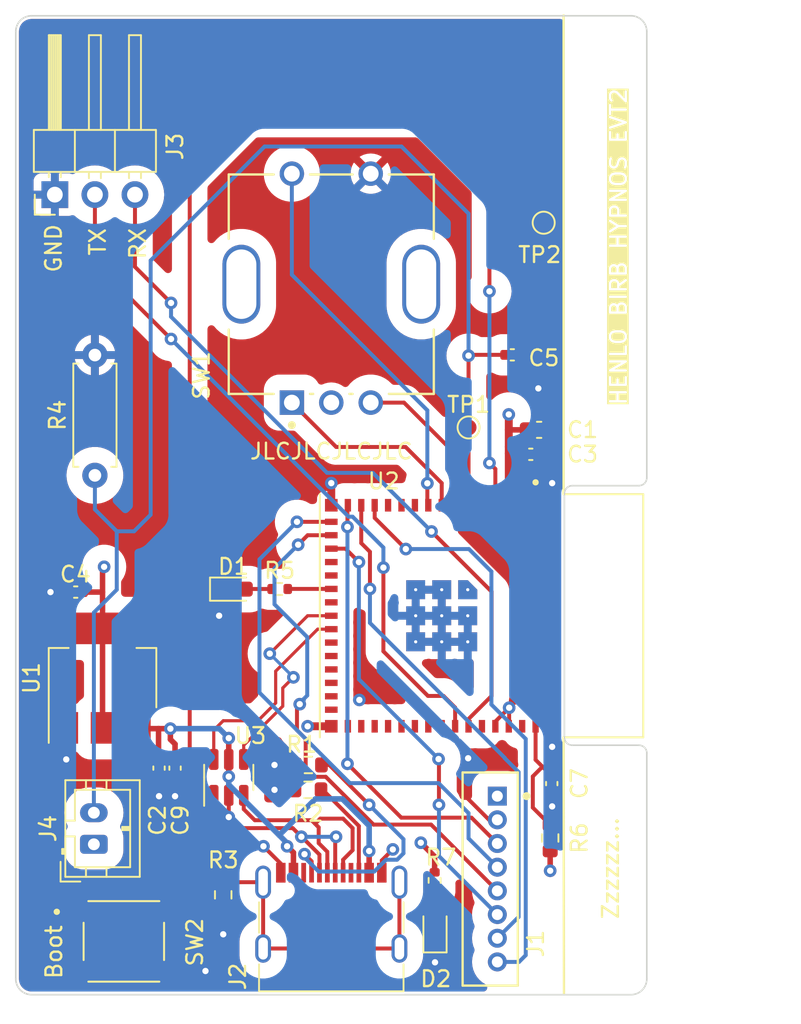
<source format=kicad_pcb>
(kicad_pcb (version 20221018) (generator pcbnew)
  (title_block (title "Hypnos Protoype") (date "2023-03-09") (rev "3") (company "Henl Birb"))
  (layers (0 "F.Cu" signal) (1 "In1.Cu" power) (2 "In2.Cu" power) (31 "B.Cu" signal) (34 "B.Paste" user) (35 "F.Paste" user) (36 "B.SilkS" user "B.Silkscreen") (37 "F.SilkS" user "F.Silkscreen") (38 "B.Mask" user) (39 "F.Mask" user) (44 "Edge.Cuts" user))
  (net 0 "")
  (net 1 "/Disp_MOSI")
  (net 2 "+5V")
  (net 3 "GND")
  (net 4 "/Disp_SCLK")
  (net 5 "/EN")
  (net 6 "/Disp_CS")
  (net 7 "/Disp_DC")
  (net 8 "/Disp_RST")
  (net 9 "/Disp_LITE")
  (net 14 "Net-(D1-A)")
  (net 26 "+3.3V")
  (net 28 "/USB_D+")
  (net 29 "/USB_D-")
  (net 30 "/SHIELD")
  (net 31 "/CC2")
  (net 35 "/CC1")
  (net 36 "Net-(D2-A)")
  (net 37 "/ROTARY_A")
  (net 38 "/ROTARY_B")
  (net 39 "/ROTARY_S")
  (net 40 "/BOOT")
  (net 41 "/PD-")
  (net 42 "/Status_LED")
  (net 43 "/UART_TX")
  (net 44 "/UART_RX")
  (net 49 "Net-(U2-IO19)")
  (net 50 "Net-(U2-IO20)")
  (footprint "Resistor_SMD:R_0402_1005Metric" (layer "F.Cu") (at 149.55 127.76 -90)
    (fp_text reference "R7")
    (fp_text value "150R")
  )
  (footprint "Capacitor_SMD:C_0402_1005Metric" (layer "F.Cu") (at 132.08 120.65 -90)
    (fp_text reference "C2")
    (fp_text value "1 µF")
  )
  (footprint "eec:Bourns-PEC11R-4020F-S0012-MFG" (layer "F.Cu") (at 143 90)
    (fp_text reference "SW1")
    (fp_text value "RotaryEncoder_Switch" hide)
  )
  (footprint "Resistor_THT:R_Axial_DIN0207_L6.3mm_D2.5mm_P7.62mm_Horizontal" (layer "F.Cu") (at 128.016 102.108 90)
    (fp_text reference "R4")
    (fp_text value "200K")
  )
  (footprint "Resistor_SMD:R_0603_1608Metric" (layer "F.Cu") (at 141.55 120.45 180)
    (fp_text reference "R1")
    (fp_text value "5K1")
  )
  (footprint "Connector_USB:USB_C_Receptacle_G-Switch_GT-USB-7010ASV" (layer "F.Cu") (at 143 131)
    (fp_text reference "J2")
    (fp_text value "USB_C_Receptacle_USB2.0")
  )
  (footprint "JST B8B-ZR:JST-B8B-ZR-0" (layer "F.Cu") (at 153.075 127.675 -90)
    (fp_text reference "J1")
    (fp_text value "Display" hide)
  )
  (footprint "TS-1187A-B-A-B:SW_TS-1187A-B-A-B" (layer "F.Cu") (at 129.85 131.625)
    (fp_text reference "SW2")
    (fp_text value "Boot")
  )
  (footprint "Capacitor_SMD:C_0402_1005Metric" (layer "F.Cu") (at 156.975 121.63 90)
    (fp_text reference "C7")
    (fp_text value "1 µF")
  )
  (footprint "Resistor_SMD:R_0603_1608Metric" (layer "F.Cu") (at 136.15 128.675 -90)
    (fp_text reference "R3")
    (fp_text value "1M")
  )
  (footprint "Package_TO_SOT_SMD:SOT-223-3_TabPin2" (layer "F.Cu") (at 128.5 114.95 90)
    (fp_text reference "U1")
    (fp_text value "AMS1117-33")
  )
  (footprint "ESP32-S3-MINI-1-N8:XCVR_ESP32-S3-MINI-1-N8" (layer "F.Cu") (at 150 111 -90)
    (fp_text reference "U2")
    (fp_text value "ESP32-S3-MINI-1-N8")
  )
  (footprint "Capacitor_SMD:C_0402_1005Metric" (layer "F.Cu") (at 155.645 100.775)
    (fp_text reference "C3")
    (fp_text value "0.1 µF")
  )
  (footprint "TestPoint:TestPoint_Pad_D1.0mm" (layer "F.Cu") (at 156.464 86.106)
    (fp_text reference "TP2")
    (fp_text value "TestPoint")
  )
  (footprint "Capacitor_SMD:C_0402_1005Metric" (layer "F.Cu") (at 126.8 109.5 180)
    (fp_text reference "C4")
    (fp_text value "1 µF")
  )
  (footprint "LED_SMD:LED_0603_1608Metric" (layer "F.Cu") (at 149.575 130.8375 90)
    (fp_text reference "D2")
    (fp_text value "LED")
  )
  (footprint "Connector_JST:JST_PH_B2B-PH-K_1x02_P2.00mm_Vertical" (layer "F.Cu") (at 127.95 125.475 90)
    (fp_text reference "J4")
    (fp_text value "Photodiode")
  )
  (footprint "LED_SMD:LED_0603_1608Metric" (layer "F.Cu") (at 136.798309 109.313847)
    (fp_text reference "D1")
    (fp_text value "LED")
  )
  (footprint "Connector_PinHeader_2.54mm:PinHeader_1x03_P2.54mm_Horizontal" (layer "F.Cu") (at 125.476 84.328 90)
    (fp_text reference "J3")
    (fp_text value "Conn_01x03")
  )
  (footprint "Resistor_SMD:R_0402_1005Metric" (layer "F.Cu") (at 139.728635 109.304302)
    (fp_text reference "R5")
    (fp_text value "150R")
  )
  (footprint "Capacitor_SMD:C_0603_1608Metric" (layer "F.Cu") (at 156.175 99.225)
    (fp_text reference "C1")
    (fp_text value "10 µF")
  )
  (footprint "TestPoint:TestPoint_Pad_D1.0mm" (layer "F.Cu") (at 151.705066 99.072842)
    (fp_text reference "TP1")
    (fp_text value "TestPoint")
  )
  (footprint "Resistor_SMD:R_0603_1608Metric" (layer "F.Cu") (at 156.875 125.075 90)
    (fp_text reference "R6")
    (fp_text value "10K")
  )
  (footprint "Capacitor_SMD:C_0402_1005Metric" (layer "F.Cu") (at 133.096 120.65 90)
    (fp_text reference "C9")
    (fp_text value "100 nF")
  )
  (footprint "Resistor_SMD:R_0603_1608Metric" (layer "F.Cu") (at 141.525 122.025 180)
    (fp_text reference "R2")
    (fp_text value "5K1")
  )
  (footprint "Package_TO_SOT_SMD:SOT-23-6" (layer "F.Cu") (at 136.5 121.2375 90)
    (fp_text reference "U3")
    (fp_text value "USBLC6-2SC6")
  )
  (footprint "Capacitor_SMD:C_0402_1005Metric" (layer "F.Cu") (at 154.475 94.475 180)
    (fp_text reference "C5")
    (fp_text value "100 nF")
  )
  (gr_line (start 157.725 118.7) (end 157.75 134.975) (stroke (width 0.15)) (layer "F.SilkS"))
  (gr_line (start 157.725 103.3) (end 157.725 72.97) (stroke (width 0.15)) (layer "F.SilkS"))
  (gr_line (start 157.7775 103.26) (end 157.7775 118.7) (stroke (width 0.1)) (layer "Edge.Cuts"))
  (gr_arc (start 158.2775 119.2) (mid 157.923947 119.053553) (end 157.7775 118.7) (stroke (width 0.1)) (layer "Edge.Cuts"))
  (gr_arc (start 162.502416 119.2) (mid 162.855989 119.346482) (end 163.002416 119.700084) (stroke (width 0.1)) (layer "Edge.Cuts"))
  (gr_line (start 123 134) (end 123 74) (stroke (width 0.1)) (layer "Edge.Cuts"))
  (gr_arc (start 163 102.26) (mid 162.853553 102.613553) (end 162.5 102.76) (stroke (width 0.1)) (layer "Edge.Cuts"))
  (gr_arc (start 157.7775 103.26) (mid 157.923947 102.906447) (end 158.2775 102.76) (stroke (width 0.1)) (layer "Edge.Cuts"))
  (gr_line (start 124 73) (end 162 73) (stroke (width 0.1)) (layer "Edge.Cuts"))
  (gr_line (start 162.5 102.76) (end 158.2775 102.76) (stroke (width 0.1)) (layer "Edge.Cuts"))
  (gr_arc (start 162 73) (mid 162.707107 73.292893) (end 163 74) (stroke (width 0.1)) (layer "Edge.Cuts"))
  (gr_line (start 158.2775 119.2) (end 162.502416 119.2) (stroke (width 0.1)) (layer "Edge.Cuts"))
  (gr_line (start 163 119.700084) (end 163 134) (stroke (width 0.1)) (layer "Edge.Cuts"))
  (gr_arc (start 123 74) (mid 123.292893 73.292893) (end 124 73) (stroke (width 0.1)) (layer "Edge.Cuts"))
  (gr_line (start 163 74) (end 163 102.26) (stroke (width 0.1)) (layer "Edge.Cuts"))
  (gr_arc (start 124 135) (mid 123.292893 134.707107) (end 123 134) (stroke (width 0.1)) (layer "Edge.Cuts"))
  (gr_arc (start 163 134) (mid 162.707107 134.707107) (end 162 135) (stroke (width 0.1)) (layer "Edge.Cuts"))
  (gr_line (start 162 135) (end 124 135) (stroke (width 0.1)) (layer "Edge.Cuts"))
  (gr_text "RX" (at 131.318 86.36 90) (layer "F.SilkS") (effects (font (size 1 1)) (justify right bottom)))
  (gr_text "Zzzzzz..." (at 161.29 130.302 90) (layer "F.SilkS") (effects (font (size 1 1)) (justify left bottom)))
  (gr_text "JLCJLCJLCJLC" (at 143.002 100.584) (layer "F.SilkS") (effects (font (size 1 1))))
  (gr_text "TX" (at 128.778 86.36 90) (layer "F.SilkS") (effects (font (size 1 1)) (justify right bottom)))
  (gr_text "HENLO BIRB HYPNOS EVT2" (at 161.798 87.63 90) (layer "F.SilkS" knockout) (effects (font (size 1 1)) (justify bottom)))
  (gr_text "GND" (at 125.984 86.106 90) (layer "F.SilkS") (effects (font (size 1 1)) (justify right bottom)))
  (segment (start 144.025 105.375) (end 144.025 104.025) (width 0.25) (layer "F.Cu") (net 1))
  (segment (start 147.4375 123.7875) (end 144.025 120.375) (width 0.25) (layer "F.Cu") (net 1))
  (segment (start 147.4375 123.7875) (end 151.8875 123.7875) (width 0.25) (layer "F.Cu") (net 1))
  (segment (start 151.8875 123.7875) (end 153.525 125.425) (width 0.25) (layer "F.Cu") (net 1))
  (via (at 144.025 120.375) (size 0.8) (drill 0.4) (layers "F.Cu" "B.Cu") (net 1))
  (via (at 144.025 105.375) (size 0.8) (drill 0.4) (layers "F.Cu" "B.Cu") (net 1))
  (segment (start 144.025 105.375) (end 144.025 120.375) (width 0.25) (layer "B.Cu") (net 1))
  (segment (start 133.096 119.126) (end 133.096 120.17) (width 0.35) (layer "F.Cu") (net 2))
  (segment (start 132.05 118.15) (end 130.85 118.15) (width 0.35) (layer "F.Cu") (net 2))
  (segment (start 136.5 121.186) (end 136.5 120.1) (width 0.35) (layer "F.Cu") (net 2))
  (segment (start 140.6 126) (end 140.6 127.275) (width 0.35) (layer "F.Cu") (net 2))
  (segment (start 132.05 118.15) (end 132.05 120.14) (width 0.35) (layer "F.Cu") (net 2))
  (segment (start 132.8 118.15) (end 132.8 118.83) (width 0.35) (layer "F.Cu") (net 2))
  (segment (start 130.85 118.15) (end 130.8 118.1) (width 0.35) (layer "F.Cu") (net 2))
  (segment (start 140.2 125.6) (end 140.6 126) (width 0.35) (layer "F.Cu") (net 2))
  (segment (start 136.5 120.1) (end 136.5 118.75) (width 0.35) (layer "F.Cu") (net 2))
  (segment (start 132.8 118.15) (end 132.05 118.15) (width 0.35) (layer "F.Cu") (net 2))
  (segment (start 132.05 120.14) (end 132.08 120.17) (width 0.35) (layer "F.Cu") (net 2))
  (segment (start 145.4 127.275) (end 145.4 125.9) (width 0.35) (layer "F.Cu") (net 2))
  (segment (start 132.8 118.83) (end 133.096 119.126) (width 0.35) (layer "F.Cu") (net 2))
  (via (at 136.5 121.186) (size 0.8) (drill 0.4) (layers "F.Cu" "B.Cu") (net 2))
  (via (at 132.8 118.15) (size 0.8) (drill 0.4) (layers "F.Cu" "B.Cu") (net 2))
  (via (at 136.5 118.75) (size 0.8) (drill 0.4) (layers "F.Cu" "B.Cu") (net 2))
  (via (at 140.2 125.6) (size 0.8) (drill 0.4) (layers "F.Cu" "B.Cu") (net 2))
  (via (at 145.4 125.9) (size 0.8) (drill 0.4) (layers "F.Cu" "B.Cu") (net 2))
  (segment (start 135.9 118.15) (end 132.8 118.15) (width 0.35) (layer "B.Cu") (net 2))
  (segment (start 140.2 125.4) (end 139.698 124.898) (width 0.35) (layer "B.Cu") (net 2))
  (segment (start 136.5 118.75) (end 135.9 118.15) (width 0.35) (layer "B.Cu") (net 2))
  (segment (start 145.4 125.9) (end 145.4 124.3) (width 0.35) (layer "B.Cu") (net 2))
  (segment (start 145.4 124.3) (end 143.7 122.6) (width 0.35) (layer "B.Cu") (net 2))
  (segment (start 143.7 122.6) (end 141.996 122.6) (width 0.35) (layer "B.Cu") (net 2))
  (segment (start 140.2 125.6) (end 140.2 125.4) (width 0.35) (layer "B.Cu") (net 2))
  (segment (start 139.698 124.898) (end 136.5 121.7) (width 0.35) (layer "B.Cu") (net 2))
  (segment (start 141.996 122.6) (end 139.698 124.898) (width 0.35) (layer "B.Cu") (net 2))
  (segment (start 136.5 121.7) (end 136.5 121.186) (width 0.35) (layer "B.Cu") (net 2))
  (segment (start 156.95 97.425) (end 156.125 96.6) (width 0.25) (layer "F.Cu") (net 3))
  (segment (start 136.010809 109.313847) (end 136.010809 108.085886) (width 0.25) (layer "F.Cu") (net 3))
  (segment (start 156.95 99.225) (end 156.95 97.425) (width 0.25) (layer "F.Cu") (net 3))
  (segment (start 154.275 116.825) (end 154.275 117.975) (width 0.25) (layer "F.Cu") (net 3))
  (segment (start 139.8 126.7) (end 138.7 125.6) (width 0.25) (layer "F.Cu") (net 3))
  (segment (start 136.15 129.5) (end 136.15 131.175) (width 0.25) (layer "F.Cu") (net 3))
  (segment (start 146.2 127.275) (end 146.2 126.5) (width 0.25) (layer "F.Cu") (net 3))
  (segment (start 156.95 99.225) (end 156.95 100.5) (width 0.25) (layer "F.Cu") (net 3))
  (segment (start 153.525 123.925) (end 153 123.925) (width 0.25) (layer "F.Cu") (net 3))
  (segment (start 153.4 118) (end 153.4 117.7) (width 0.25) (layer "F.Cu") (net 3))
  (segment (start 140.7 122.025) (end 139.4 122.025) (width 0.25) (layer "F.Cu") (net 3))
  (segment (start 151.625 120.075) (end 151.675 120.025) (width 0.25) (layer "F.Cu") (net 3))
  (segment (start 132.08 121.13) (end 132.08 122.428) (width 0.25) (layer "F.Cu") (net 3))
  (segment (start 151.625 122.55) (end 151.625 120.075) (width 0.25) (layer "F.Cu") (net 3))
  (segment (start 157 118) (end 157 104) (width 0.25) (layer "F.Cu") (net 3))
  (segment (start 149.575 131.625) (end 149.575 132.95) (width 0.25) (layer "F.Cu") (net 3))
  (segment (start 154.275 117.975) (end 154.25 118) (width 0.25) (layer "F.Cu") (net 3))
  (segment (start 133.096 121.13) (end 133.096 122.428) (width 0.25) (layer "F.Cu") (net 3))
  (segment (start 146.2 126.5) (end 146.9 125.8) (width 0.25) (layer "F.Cu") (net 3))
  (segment (start 153.4 117.7) (end 154.275 116.825) (width 0.25) (layer "F.Cu") (net 3))
  (segment (start 156.95 100.5) (end 156.675 100.775) (width 0.25) (layer "F.Cu") (net 3))
  (segment (start 143 118) (end 141.5 118) (width 0.5) (layer "F.Cu") (net 3))
  (segment (start 156.675 100.775) (end 156.125 100.775) (width 0.25) (layer "F.Cu") (net 3))
  (segment (start 132.85 133.5) (end 135.025 133.5) (width 0.25) (layer "F.Cu") (net 3))
  (segment (start 143 104) (end 143 102.6) (width 0.5) (layer "F.Cu") (net 3))
  (segment (start 153 123.925) (end 151.625 122.55) (width 0.25) (layer "F.Cu") (net 3))
  (segment (start 154.955 94.475) (end 155.943 94.475) (width 0.25) (layer "F.Cu") (net 3))
  (segment (start 139.8 127.275) (end 139.8 126.7) (width 0.25) (layer "F.Cu") (net 3))
  (segment (start 156.975 122.11) (end 156.975 123.05) (width 0.25) (layer "F.Cu") (net 3))
  (segment (start 126.2 118.1) (end 126.2 120.1) (width 0.5) (layer "F.Cu") (net 3))
  (segment (start 126.32 109.5) (end 125.2 109.5) (width 0.25) (layer "F.Cu") (net 3))
  (segment (start 136.010809 110.877191) (end 135.89 110.998) (width 0.25) (layer "F.Cu") (net 3))
  (segment (start 155.1 104) (end 155.95 104) (width 0.25) (layer "F.Cu") (net 3))
  (segment (start 156.975 123.05) (end 157 123.075) (width 0.25) (layer "F.Cu") (net 3))
  (segment (start 136.5 122.375) (end 136.5 123.75) (width 0.25) (layer "F.Cu") (net 3))
  (segment (start 154.955 95.43) (end 156.125 96.6) (width 0.25) (layer "F.Cu") (net 3))
  (segment (start 157 104) (end 157 102.6) (width 0.5) (layer "F.Cu") (net 3))
  (segment (start 136.010809 109.313847) (end 136.010809 110.877191) (width 0.25) (layer "F.Cu") (net 3))
  (segment (start 136.010809 108.085886) (end 136.014494 108.082201) (width 0.25) (layer "F.Cu") (net 3))
  (segment (start 154.955 94.475) (end 154.955 95.43) (width 0.25) (layer "F.Cu") (net 3))
  (segment (start 155.95 104) (end 157 104) (width 0.25) (layer "F.Cu") (net 3))
  (segment (start 157 118) (end 157 119.3) (width 0.5) (layer "F.Cu") (net 3))
  (segment (start 140.725 120.45) (end 139.4 120.45) (width 0.25) (layer "F.Cu") (net 3))
  (via (at 146.9 125.8) (size 0.8) (drill 0.4) (layers "F.Cu" "B.Cu") (net 3))
  (via (at 139.4 120.45) (size 0.8) (drill 0.4) (layers "F.Cu" "B.Cu") (net 3))
  (via (at 139.4 122.025) (size 0.8) (drill 0.4) (layers "F.Cu" "B.Cu") (net 3))
  (via (at 157 119.3) (size 0.8) (drill 0.4) (layers "F.Cu" "B.Cu") (net 3))
  (via (at 151.675 120.025) (size 0.8) (drill 0.4) (layers "F.Cu" "B.Cu") (net 3))
  (via (at 141.5 118) (size 0.8) (drill 0.4) (layers "F.Cu" "B.Cu") (net 3))
  (via (at 126.2 120.1) (size 0.8) (drill 0.4) (layers "F.Cu" "B.Cu") (net 3))
  (via (at 132.08 122.428) (size 0.8) (drill 0.4) (layers "F.Cu" "B.Cu") (net 3))
  (via (at 144.78 116.332) (size 0.8) (drill 0.4) (layers "F.Cu" "B.Cu") (net 3))
  (via (at 157 123.075) (size 0.8) (drill 0.4) (layers "F.Cu" "B.Cu") (net 3))
  (via (at 125.2 109.5) (size 0.8) (drill 0.4) (layers "F.Cu" "B.Cu") (net 3))
  (via (at 135.025 133.5) (size 0.8) (drill 0.4) (layers "F.Cu" "B.Cu") (net 3))
  (via (at 138.7 125.6) (size 0.8) (drill 0.4) (layers "F.Cu" "B.Cu") (net 3))
  (via (at 149.575 132.95) (size 0.8) (drill 0.4) (layers "F.Cu" "B.Cu") (net 3))
  (via (at 136.5 123.75) (size 0.8) (drill 0.4) (layers "F.Cu" "B.Cu") (net 3))
  (via (at 133.096 122.428) (size 0.8) (drill 0.4) (layers "F.Cu" "B.Cu") (net 3))
  (via (at 136.15 131.175) (size 0.8) (drill 0.4) (layers "F.Cu" "B.Cu") (net 3))
  (via (at 143 102.6) (size 0.8) (drill 0.4) (layers "F.Cu" "B.Cu") (net 3))
  (via (at 135.89 110.998) (size 0.8) (drill 0.4) (layers "F.Cu" "B.Cu") (net 3))
  (via (at 157 102.6) (size 0.8) (drill 0.4) (layers "F.Cu" "B.Cu") (net 3))
  (via (at 156.125 96.6) (size 0.8) (drill 0.4) (layers "F.Cu" "B.Cu") (net 3))
  (via (at 154.275 116.825) (size 0.8) (drill 0.4) (layers "F.Cu" "B.Cu") (net 3))
  (segment (start 140.825 105.05) (end 143 105.05) (width 0.25) (layer "F.Cu") (net 4))
  (via (at 140.825 105.05) (size 0.8) (drill 0.4) (layers "F.Cu" "B.Cu") (net 4))
  (segment (start 138.448 115.870068) (end 138.448 107.427) (width 0.25) (layer "B.Cu") (net 4))
  (segment (start 151.7 123.5) (end 149.8 121.6) (width 0.25) (layer "B.Cu") (net 4))
  (segment (start 149.8 121.6) (end 144.177932 121.6) (width 0.25) (layer "B.Cu") (net 4))
  (segment (start 153.525 126.925) (end 151.7 125.1) (width 0.25) (layer "B.Cu") (net 4))
  (segment (start 151.7 125.1) (end 151.7 123.5) (width 0.25) (layer "B.Cu") (net 4))
  (segment (start 144.177932 121.6) (end 138.448 115.870068) (width 0.25) (layer "B.Cu") (net 4))
  (segment (start 138.448 107.427) (end 140.825 105.05) (width 0.25) (layer "B.Cu") (net 4))
  (segment (start 156.375 120.575) (end 156.375 120.55) (width 0.25) (layer "F.Cu") (net 5))
  (segment (start 155.775 121.175) (end 156.375 120.575) (width 0.25) (layer "F.Cu") (net 5))
  (segment (start 156.375 120.55) (end 155.95 120.125) (width 0.25) (layer "F.Cu") (net 5))
  (segment (start 155.95 120.125) (end 155.95 118) (width 0.25) (layer "F.Cu") (net 5))
  (segment (start 156.875 124.25) (end 155.775 123.15) (width 0.25) (layer "F.Cu") (net 5))
  (segment (start 156.975 121.15) (end 156.375 120.55) (width 0.25) (layer "F.Cu") (net 5))
  (segment (start 155.775 123.15) (end 155.775 121.175) (width 0.25) (layer "F.Cu") (net 5))
  (segment (start 140.825 116.775) (end 141 116.6) (width 0.25) (layer "F.Cu") (net 6))
  (segment (start 149.327 124.227) (end 145.677 124.227) (width 0.25) (layer "F.Cu") (net 6))
  (segment (start 140.825 118.247068) (end 140.825 116.775) (width 0.25) (layer "F.Cu") (net 6))
  (segment (start 145.677 124.227) (end 142.65 121.2) (width 0.25) (layer "F.Cu") (net 6))
  (segment (start 141.377 120.652) (end 141.377 118.799068) (width 0.25) (layer "F.Cu") (net 6))
  (segment (start 141.5 105.9) (end 143 105.9) (width 0.25) (layer "F.Cu") (net 6))
  (segment (start 142.65 121.2) (end 141.925 121.2) (width 0.25) (layer "F.Cu") (net 6))
  (segment (start 141.925 121.2) (end 141.377 120.652) (width 0.25) (layer "F.Cu") (net 6))
  (segment (start 153.525 128.425) (end 149.327 124.227) (width 0.25) (layer "F.Cu") (net 6))
  (segment (start 140.9 106.5) (end 141.5 105.9) (width 0.25) (layer "F.Cu") (net 6))
  (segment (start 141.377 118.799068) (end 140.825 118.247068) (width 0.25) (layer "F.Cu") (net 6))
  (via (at 141 116.6) (size 0.8) (drill 0.4) (layers "F.Cu" "B.Cu") (net 6))
  (via (at 140.9 106.5) (size 0.8) (drill 0.4) (layers "F.Cu" "B.Cu") (net 6))
  (segment (start 141.475 112.35) (end 139.4 110.275) (width 0.25) (layer "B.Cu") (net 6))
  (segment (start 141.475 116.05) (end 141.475 112.35) (width 0.25) (layer "B.Cu") (net 6))
  (segment (start 141.252 116.273) (end 141.475 116.05) (width 0.25) (layer "B.Cu") (net 6))
  (segment (start 141.252 116.348) (end 141.252 116.273) (width 0.25) (layer "B.Cu") (net 6))
  (segment (start 139.4 110.275) (end 139.4 108) (width 0.25) (layer "B.Cu") (net 6))
  (segment (start 141 116.6) (end 141.252 116.348) (width 0.25) (layer "B.Cu") (net 6))
  (segment (start 139.4 108) (end 140.9 106.5) (width 0.25) (layer "B.Cu") (net 6))
  (segment (start 143.9 106.75) (end 143 106.75) (width 0.25) (layer "F.Cu") (net 7))
  (segment (start 149.825 122.975) (end 149.825 120.075) (width 0.25) (layer "F.Cu") (net 7))
  (segment (start 149.825 120.075) (end 149.8 120.075) (width 0.25) (layer "F.Cu") (net 7))
  (segment (start 144.75 107.6) (end 143.9 106.75) (width 0.25) (layer "F.Cu") (net 7))
  (via (at 144.75 107.6) (size 0.8) (drill 0.4) (layers "F.Cu" "B.Cu") (net 7))
  (via (at 149.8 120.075) (size 0.8) (drill 0.4) (layers "F.Cu" "B.Cu") (net 7))
  (via (at 149.825 122.975) (size 0.8) (drill 0.4) (layers "F.Cu" "B.Cu") (net 7))
  (segment (start 144.75 115.025) (end 144.75 107.6) (width 0.25) (layer "B.Cu") (net 7))
  (segment (start 149.8 120.075) (end 144.75 115.025) (width 0.25) (layer "B.Cu") (net 7))
  (segment (start 149.825 122.975) (end 149.825 126.225) (width 0.25) (layer "B.Cu") (net 7))
  (segment (start 149.825 126.225) (end 153.525 129.925) (width 0.25) (layer "B.Cu") (net 7))
  (segment (start 144.9 104) (end 144.9 106.4) (width 0.25) (layer "F.Cu") (net 8))
  (segment (start 144.9 106.4) (end 145.45 106.95) (width 0.25) (layer "F.Cu") (net 8))
  (segment (start 145.45 106.95) (end 145.45 109.3) (width 0.25) (layer "F.Cu") (net 8))
  (via (at 145.45 109.3) (size 0.8) (drill 0.4) (layers "F.Cu" "B.Cu") (net 8))
  (segment (start 154.875 120.9) (end 154.875 130.075) (width 0.25) (layer "B.Cu") (net 8))
  (segment (start 153.994 120.019) (end 154.875 120.9) (width 0.25) (layer "B.Cu") (net 8))
  (segment (start 154.875 130.075) (end 153.525 131.425) (width 0.25) (layer "B.Cu") (net 8))
  (segment (start 145.45 111.454) (end 145.45 109.3) (width 0.25) (layer "B.Cu") (net 8))
  (segment (start 153.994 119.998) (end 145.45 111.454) (width 0.25) (layer "B.Cu") (net 8))
  (segment (start 153.994 119.998) (end 153.994 120.019) (width 0.25) (layer "B.Cu") (net 8))
  (segment (start 147.725 106.775) (end 145.75 104.8) (width 0.25) (layer "F.Cu") (net 9))
  (segment (start 145.75 104.8) (end 145.75 104) (width 0.25) (layer "F.Cu") (net 9))
  (via (at 147.725 106.775) (size 0.8) (drill 0.4) (layers "F.Cu" "B.Cu") (net 9))
  (segment (start 153.15 108.2) (end 153.15 116.625) (width 0.25) (layer "B.Cu") (net 9))
  (segment (start 155.325 118.8) (end 155.325 132.5) (width 0.25) (layer "B.Cu") (net 9))
  (segment (start 153.15 116.625) (end 155.325 118.8) (width 0.25) (layer "B.Cu") (net 9))
  (segment (start 147.725 106.775) (end 151.725 106.775) (width 0.25) (layer "B.Cu") (net 9))
  (segment (start 151.725 106.775) (end 153.15 108.2) (width 0.25) (layer "B.Cu") (net 9))
  (segment (start 154.9 132.925) (end 153.525 132.925) (width 0.25) (layer "B.Cu") (net 9))
  (segment (start 155.325 132.5) (end 154.9 132.925) (width 0.25) (layer "B.Cu") (net 9))
  (segment (start 137.595354 109.304302) (end 137.585809 109.313847) (width 0.25) (layer "F.Cu") (net 14))
  (segment (start 139.218635 109.304302) (end 137.595354 109.304302) (width 0.25) (layer "F.Cu") (net 14))
  (segment (start 155.165 100.775) (end 154.3 100.775) (width 0.35) (layer "F.Cu") (net 26))
  (segment (start 154.25 99.225) (end 154.25 100.3) (width 0.5) (layer "F.Cu") (net 26))
  (segment (start 128.5 118.1) (end 128.5 111.8) (width 0.35) (layer "F.Cu") (net 26))
  (segment (start 149.55 127.25) (end 149.55 126.25) (width 0.35) (layer "F.Cu") (net 26))
  (segment (start 154.25 100.725) (end 154.25 104) (width 0.5) (layer "F.Cu") (net 26))
  (segment (start 128.5 108) (end 128.5 109.5) (width 0.35) (layer "F.Cu") (net 26))
  (segment (start 154.3 100.775) (end 154.25 100.725) (width 0.35) (layer "F.Cu") (net 26))
  (segment (start 127.28 109.5) (end 128.5 109.5) (width 0.35) (layer "F.Cu") (net 26))
  (segment (start 155.4 99.225) (end 154.25 99.225) (width 0.35) (layer "F.Cu") (net 26))
  (segment (start 154.25 100.3) (end 154.25 100.725) (width 0.5) (layer "F.Cu") (net 26))
  (segment (start 154.25 98.25) (end 154.25 99.225) (width 0.5) (layer "F.Cu") (net 26))
  (segment (start 149.55 126.25) (end 148.675 125.375) (width 0.35) (layer "F.Cu") (net 26))
  (segment (start 128.6 107.9) (end 128.5 108) (width 0.35) (layer "F.Cu") (net 26))
  (segment (start 128.5 109.5) (end 128.5 111.8) (width 0.35) (layer "F.Cu") (net 26))
  (segment (start 156.875 125.9) (end 156.875 127.15) (width 0.35) (layer "F.Cu") (net 26))
  (via (at 148.675 125.375) (size 0.8) (drill 0.4) (layers "F.Cu" "B.Cu") (net 26))
  (via (at 156.875 127.15) (size 0.8) (drill 0.4) (layers "F.Cu" "B.Cu") (net 26))
  (via (at 128.6 107.9) (size 0.8) (drill 0.4) (layers "F.Cu" "B.Cu") (net 26))
  (via (at 154.25 98.25) (size 0.8) (drill 0.4) (layers "F.Cu" "B.Cu") (net 26))
  (segment (start 140.556413 124.45) (end 136.05 124.45) (width 0.25) (layer "F.Cu") (net 28))
  (segment (start 135.55 123.95) (end 135.55 122.375) (width 0.25) (layer "F.Cu") (net 28))
  (segment (start 143.25 125.05) (end 143.25 127.275) (width 0.25) (layer "F.Cu") (net 28))
  (segment (start 142.25 126.126432) (end 142.25 127.275) (width 0.25) (layer "F.Cu") (net 28))
  (segment (start 141.103453 124.99704) (end 140.556413 124.45) (width 0.25) (layer "F.Cu") (net 28))
  (segment (start 141.103453 124.99704) (end 141.112422 124.988071) (width 0.25) (layer "F.Cu") (net 28))
  (segment (start 141.103453 124.99704) (end 141.120608 124.99704) (width 0.25) (layer "F.Cu") (net 28))
  (segment (start 136.05 124.45) (end 135.55 123.95) (width 0.25) (layer "F.Cu") (net 28))
  (segment (start 141.120608 124.99704) (end 142.25 126.126432) (width 0.25) (layer "F.Cu") (net 28))
  (via (at 141.103453 124.99704) (size 0.8) (drill 0.4) (layers "F.Cu" "B.Cu") (net 28))
  (via (at 143.3 125) (size 0.8) (drill 0.4) (layers "F.Cu" "B.Cu") (net 28))
  (segment (start 143.3 125) (end 141.106413 125) (width 0.25) (layer "B.Cu") (net 28))
  (segment (start 141.106413 125) (end 141.103453 124.99704) (width 0.25) (layer "B.Cu") (net 28))
  (segment (start 142.75 125.95) (end 142.2 125.4) (width 0.25) (layer "F.Cu") (net 29))
  (segment (start 143.75 127.275) (end 143.75 126.45) (width 0.25) (layer "F.Cu") (net 29))
  (segment (start 143.75 126.45) (end 144.35 125.85) (width 0.25) (layer "F.Cu") (net 29))
  (segment (start 142.1 124.3) (end 141.75 123.95) (width 0.25) (layer "F.Cu") (net 29))
  (segment (start 142.2 124.4) (end 142.1 124.3) (width 0.25) (layer "F.Cu") (net 29))
  (segment (start 137.45 123.25) (end 137.45 122.375) (width 0.25) (layer "F.Cu") (net 29))
  (segment (start 142.2 125.4) (end 142.2 124.4) (width 0.25) (layer "F.Cu") (net 29))
  (segment (start 138.15 123.95) (end 137.45 123.25) (width 0.25) (layer "F.Cu") (net 29))
  (segment (start 142.3 123.85) (end 141.975 124.175) (width 0.25) (layer "F.Cu") (net 29))
  (segment (start 144.35 124.45) (end 143.75 123.85) (width 0.25) (layer "F.Cu") (net 29))
  (segment (start 142.75 127.275) (end 142.75 125.95) (width 0.25) (layer "F.Cu") (net 29))
  (segment (start 143.75 123.85) (end 142.3 123.85) (width 0.25) (layer "F.Cu") (net 29))
  (segment (start 141.75 123.95) (end 138.15 123.95) (width 0.25) (layer "F.Cu") (net 29))
  (segment (start 144.35 125.85) (end 144.35 124.45) (width 0.25) (layer "F.Cu") (net 29))
  (segment (start 138.68 127.875) (end 138.68 132.075) (width 0.25) (layer "F.Cu") (net 30))
  (segment (start 147.32 132.075) (end 147.32 127.875) (width 0.25) (layer "F.Cu") (net 30))
  (segment (start 136.15 127.85) (end 136.175 127.875) (width 0.25) (layer "F.Cu") (net 30))
  (segment (start 136.175 127.875) (end 138.68 127.875) (width 0.25) (layer "F.Cu") (net 30))
  (segment (start 138.68 132.075) (end 147.32 132.075) (width 0.25) (layer "F.Cu") (net 30))
  (segment (start 142.458158 122.025) (end 142.35 122.025) (width 0.25) (layer "F.Cu") (net 31))
  (segment (start 144.748 124.314842) (end 142.458158 122.025) (width 0.25) (layer "F.Cu") (net 31))
  (segment (start 144.748 127.273) (end 144.748 124.314842) (width 0.25) (layer "F.Cu") (net 31))
  (segment (start 142.875 120.45) (end 142.375 120.45) (width 0.25) (layer "F.Cu") (net 35))
  (segment (start 145.4 122.975) (end 142.875 120.45) (width 0.25) (layer "F.Cu") (net 35))
  (segment (start 141.75 127.275) (end 141.75 126.5485) (width 0.25) (layer "F.Cu") (net 35))
  (segment (start 141.75 126.5485) (end 141.3015 126.1) (width 0.25) (layer "F.Cu") (net 35))
  (via (at 145.4 122.975) (size 0.8) (drill 0.4) (layers "F.Cu" "B.Cu") (net 35))
  (via (at 141.3015 126.1) (size 0.8) (drill 0.4) (layers "F.Cu" "B.Cu") (net 35))
  (segment (start 146.473 126.452) (end 147.170068 126.452) (width 0.25) (layer "B.Cu") (net 35))
  (segment (start 147.248534 126.373534) (end 147.575 126.047068) (width 0.25) (layer "B.Cu") (net 35))
  (segment (start 141.3015 126.3015) (end 142.2 127.2) (width 0.25) (layer "B.Cu") (net 35))
  (segment (start 141.3015 126.1) (end 141.3015 126.3015) (width 0.25) (layer "B.Cu") (net 35))
  (segment (start 147.575 125.15) (end 145.4 122.975) (width 0.25) (layer "B.Cu") (net 35))
  (segment (start 147.575 126.047068) (end 147.575 125.15) (width 0.25) (layer "B.Cu") (net 35))
  (segment (start 147.170068 126.452) (end 147.248534 126.373534) (width 0.25) (layer "B.Cu") (net 35))
  (segment (start 142.2 127.2) (end 145.725 127.2) (width 0.25) (layer "B.Cu") (net 35))
  (segment (start 145.725 127.2) (end 146.473 126.452) (width 0.25) (layer "B.Cu") (net 35))
  (segment (start 149.55 128.27) (end 149.55 130.025) (width 0.25) (layer "F.Cu") (net 36))
  (segment (start 149.55 130.025) (end 149.575 130.05) (width 0.25) (layer "F.Cu") (net 36))
  (segment (start 147.71 100.31) (end 143.31 100.31) (width 0.25) (layer "F.Cu") (net 37))
  (segment (start 150 102.6) (end 147.71 100.31) (width 0.25) (layer "F.Cu") (net 37))
  (segment (start 143.31 100.31) (end 140.5 97.5) (width 0.25) (layer "F.Cu") (net 37))
  (segment (start 150 102.6) (end 150 104) (width 0.25) (layer "F.Cu") (net 37))
  (segment (start 150.85 100.74) (end 147.61 97.5) (width 0.25) (layer "F.Cu") (net 38))
  (segment (start 147.61 97.5) (end 145.5 97.5) (width 0.25) (layer "F.Cu") (net 38))
  (segment (start 150.85 104) (end 150.85 100.74) (width 0.25) (layer "F.Cu") (net 38))
  (segment (start 149.089319 102.610681) (end 149.089319 103.939319) (width 0.25) (layer "F.Cu") (net 39))
  (segment (start 149.089319 103.939319) (end 149.15 104) (width 0.25) (layer "F.Cu") (net 39))
  (via (at 149.089319 102.610681) (size 0.8) (drill 0.4) (layers "F.Cu" "B.Cu") (net 39))
  (segment (start 140.5 89.4) (end 140.5 83) (width 0.25) (layer "B.Cu") (net 39))
  (segment (start 140.5 89.4) (end 149.089319 97.989319) (width 0.25) (layer "B.Cu") (net 39))
  (segment (start 149.089319 97.989319) (end 149.089319 102.610681) (width 0.25) (layer "B.Cu") (net 39))
  (segment (start 134.025 83.35) (end 137.8 79.575) (width 0.25) (layer "F.Cu") (net 40))
  (segment (start 134.025 128.575) (end 134.025 83.35) (width 0.25) (layer "F.Cu") (net 40))
  (segment (start 153.025 83.7) (end 153.025 90.45) (width 0.25) (layer "F.Cu") (net 40))
  (segment (start 148.9 79.575) (end 153.025 83.7) (width 0.25) (layer "F.Cu") (net 40))
  (segment (start 153.4 101.7) (end 153.4 104) (width 0.25) (layer "F.Cu") (net 40))
  (segment (start 132.85 129.75) (end 134.025 128.575) (width 0.25) (layer "F.Cu") (net 40))
  (segment (start 153.025 101.325) (end 153.4 101.7) (width 0.25) (layer "F.Cu") (net 40))
  (segment (start 137.8 79.575) (end 148.9 79.575) (width 0.25) (layer "F.Cu") (net 40))
  (via (at 153.025 101.325) (size 0.8) (drill 0.4) (layers "F.Cu" "B.Cu") (net 40))
  (via (at 153.025 90.45) (size 0.8) (drill 0.4) (layers "F.Cu" "B.Cu") (net 40))
  (segment (start 153.025 101.325) (end 153.025 90.45) (width 0.25) (layer "B.Cu") (net 40))
  (segment (start 153.995 94.475) (end 151.75 94.475) (width 0.25) (layer "F.Cu") (net 41))
  (segment (start 151.75 94.475) (end 151.7 94.525) (width 0.25) (layer "F.Cu") (net 41))
  (segment (start 151.7 94.525) (end 151.7 104) (width 0.25) (layer "F.Cu") (net 41))
  (via (at 151.7 94.525) (size 0.8) (drill 0.4) (layers "F.Cu" "B.Cu") (net 41))
  (segment (start 127.95 110.8) (end 129.4 109.35) (width 0.25) (layer "B.Cu") (net 41))
  (segment (start 138.77 81.28) (end 147.45 81.28) (width 0.25) (layer "B.Cu") (net 41))
  (segment (start 129.4 105.65) (end 128.016 104.266) (width 0.25) (layer "B.Cu") (net 41))
  (segment (start 131.55 88.5) (end 138.77 81.28) (width 0.25) (layer "B.Cu") (net 41))
  (segment (start 131.55 104.6) (end 131.55 88.5) (width 0.25) (layer "B.Cu") (net 41))
  (segment (start 128.016 104.266) (end 128.016 102.108) (width 0.25) (layer "B.Cu") (net 41))
  (segment (start 129.4 109.35) (end 129.4 105.65) (width 0.25) (layer "B.Cu") (net 41))
  (segment (start 151.7 85.53) (end 151.7 94.525) (width 0.25) (layer "B.Cu") (net 41))
  (segment (start 147.45 81.28) (end 151.7 85.53) (width 0.25) (layer "B.Cu") (net 41))
  (segment (start 127.95 123.475) (end 127.95 110.8) (width 0.25) (layer "B.Cu") (net 41))
  (segment (start 130.5 105.65) (end 131.55 104.6) (width 0.25) (layer "B.Cu") (net 41))
  (segment (start 129.4 105.65) (end 130.5 105.65) (width 0.25) (layer "B.Cu") (net 41))
  (segment (start 140.238635 109.304302) (end 140.242937 109.3) (width 0.25) (layer "F.Cu") (net 42))
  (segment (start 140.242937 109.3) (end 143 109.3) (width 0.25) (layer "F.Cu") (net 42))
  (segment (start 149.128 116.078) (end 150.114 116.078) (width 0.25) (layer "F.Cu") (net 43))
  (segment (start 150.114 116.078) (end 150.85 116.814) (width 0.25) (layer "F.Cu") (net 43))
  (segment (start 146.304 113.254) (end 149.128 116.078) (width 0.25) (layer "F.Cu") (net 43))
  (segment (start 128.016 88.646) (end 132.842 93.472) (width 0.25) (layer "F.Cu") (net 43))
  (segment (start 146.304 107.95) (end 146.304 113.254) (width 0.25) (layer "F.Cu") (net 43))
  (segment (start 128.016 84.328) (end 128.016 88.646) (width 0.25) (layer "F.Cu") (net 43))
  (segment (start 150.85 116.814) (end 150.85 118) (width 0.25) (layer "F.Cu") (net 43))
  (via (at 132.842 93.472) (size 0.8) (drill 0.4) (layers "F.Cu" "B.Cu") (net 43))
  (via (at 146.304 107.95) (size 0.8) (drill 0.4) (layers "F.Cu" "B.Cu") (net 43))
  (segment (start 146.304 106.68) (end 146.304 107.95) (width 0.25) (layer "B.Cu") (net 43))
  (segment (start 132.842 93.472) (end 144.093 104.723) (width 0.25) (layer "B.Cu") (net 43))
  (segment (start 144.347 104.723) (end 146.304 106.68) (width 0.25) (layer "B.Cu") (net 43))
  (segment (start 144.093 104.723) (end 144.347 104.723) (width 0.25) (layer "B.Cu") (net 43))
  (segment (start 130.556 84.328) (end 130.556 88.9) (width 0.25) (layer "F.Cu") (net 44))
  (segment (start 130.556 88.9) (end 132.842 91.186) (width 0.25) (layer "F.Cu") (net 44))
  (segment (start 153.162 116.078) (end 151.7 117.54) (width 0.25) (layer "F.Cu") (net 44))
  (segment (start 149.352 105.664) (end 153.162 109.474) (width 0.25) (layer "F.Cu") (net 44))
  (segment (start 151.7 117.54) (end 151.7 118) (width 0.25) (layer "F.Cu") (net 44))
  (segment (start 153.162 109.474) (end 153.162 116.078) (width 0.25) (layer "F.Cu") (net 44))
  (via (at 149.352 105.664) (size 0.8) (drill 0.4) (layers "F.Cu" "B.Cu") (net 44))
  (via (at 132.842 91.186) (size 0.8) (drill 0.4) (layers "F.Cu" "B.Cu") (net 44))
  (segment (start 142.729932 101.948) (end 145.636 101.948) (width 0.25) (layer "B.Cu") (net 44))
  (segment (start 132.842 91.186) (end 132.842 92.060068) (width 0.25) (layer "B.Cu") (net 44))
  (segment (start 145.636 101.948) (end 149.352 105.664) (width 0.25) (layer "B.Cu") (net 44))
  (segment (start 132.842 92.060068) (end 142.729932 101.948) (width 0.25) (layer "B.Cu") (net 44))
  (segment (start 137.45 119.2) (end 139.925 116.725) (width 0.2) (layer "F.Cu") (net 49))
  (segment (start 137.45 120.1) (end 137.45 119.2) (width 0.2) (layer "F.Cu") (net 49))
  (segment (start 141.5 111) (end 143 111) (width 0.2) (layer "F.Cu") (net 49))
  (segment (start 139.925 115.575) (end 140.6 114.9) (width 0.2) (layer "F.Cu") (net 49))
  (segment (start 139.1 113.4) (end 141.5 111) (width 0.2) (layer "F.Cu") (net 49))
  (segment (start 139.925 116.725) (end 139.925 115.575) (width 0.2) (layer "F.Cu") (net 49))
  (via (at 139.1 113.4) (size 0.8) (drill 0.4) (layers "F.Cu" "B.Cu") (net 49))
  (via (at 140.6 114.9) (size 0.8) (drill 0.4) (layers "F.Cu" "B.Cu") (net 49))
  (segment (start 139.1 113.4) (end 140.6 114.9) (width 0.2) (layer "B.Cu") (net 49))
  (segment (start 136.15 117.65) (end 138.35 117.65) (width 0.2) (layer "F.Cu") (net 50))
  (segment (start 139.475 116.525) (end 139.475 114.511712) (width 0.2) (layer "F.Cu") (net 50))
  (segment (start 139.475 114.511712) (end 142.136712 111.85) (width 0.2) (layer "F.Cu") (net 50))
  (segment (start 138.35 117.65) (end 139.475 116.525) (width 0.2) (layer "F.Cu") (net 50))
  (segment (start 135.55 118.25) (end 136.15 117.65) (width 0.2) (layer "F.Cu") (net 50))
  (segment (start 135.55 120.1) (end 135.55 118.25) (width 0.2) (layer "F.Cu") (net 50))
  (segment (start 142.136712 111.85) (end 143 111.85) (width 0.2) (layer "F.Cu") (net 50))
  (zone (net 0) (net_name "") (layer "F.Cu") (connect_pads (clearance 0)) (min_thickness 0.5)
    (keepout (tracks allowed) (vias allowed) (pads allowed) (copperpour not_allowed) (footprints allowed))
    (fill (thermal_gap 0.5) (thermal_bridge_width 0.5))
    (polygon (pts (xy 137.6 126) (xy 148.4 126) (xy 148.4 135.4) (xy 137.6 135.4)))
  )
  (zone (net 3) (net_name "GND") (layer "F.Cu") (priority 2) (connect_pads (clearance 1)) (min_thickness 0.5) (fill yes (thermal_gap 0.5) (thermal_bridge_width 0.5))
    (polygon (pts (xy 122 72) (xy 164 72) (xy 164 136) (xy 122 136)))
  )
  (zone (net 0) (net_name "") (layers "F.Cu" "In1.Cu" "In2.Cu" "B.Cu") (name "Antenna keep out") (connect_pads (clearance 0)) (min_thickness 0.25)
    (keepout (tracks not_allowed) (vias not_allowed) (pads not_allowed) (copperpour not_allowed) (footprints allowed))
    (fill (thermal_gap 0.5) (thermal_bridge_width 0.5))
    (polygon (pts (xy 164 72) (xy 157.75 72) (xy 157.775 135.95) (xy 164 136)))
  )
  (zone (net 3) (net_name "GND") (layer "B.Cu") (name "Antenna keep out") (priority 3) (connect_pads (clearance 1)) (min_thickness 0.5) (fill yes (thermal_gap 0.5) (thermal_bridge_width 0.5))
    (polygon (pts (xy 122 72) (xy 164 72) (xy 164 136) (xy 122 136)))
  )
)
</source>
